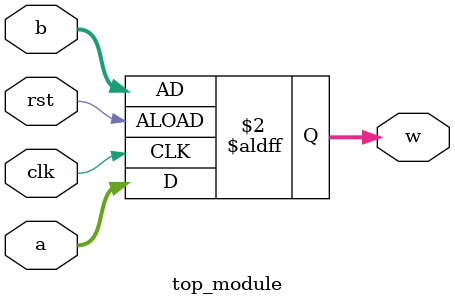
<source format=v>
module top_module (
	input		    clk,
	input			rst,
	input       [1:0]a,b,
	output reg  [1:0] w
);

	
	always@(posedge rst, posedge clk)
	begin
		if (rst)
			w <= b;
		else
			w <= a;
	end


endmodule


/* 
  
  [ODIN_SOFT_REG]
  -V ~/Desktop/yosys+odin/dffsr/dffsr.v -o ~/Desktop/yosys+odin/dffsr/odin_soft_dffsr.blif -t ~/Desktop/yosys+odin/dffsr/dffsr_input -T ~/Desktop/yosys+odin/dffsr/dffsr_output
  
  [YOSYS_BLIF_SOFT_REG]
  -b ~/Desktop/yosys+odin/dffsr/yosys_dffsr.blif -o ~/Desktop/yosys+odin/dffsr/yosys+odin_soft_dffsr.blif --coarsen -t ~/Desktop/yosys+odin/dffsr/dffsr_input -T ~/Desktop/yosys+odin/dffsr/dffsr_output
  
  [YOSYS_CMD]
  read_verilog ~/Desktop/yosys+odin/dffsr/dffsr.v; proc; opt; write_blif -top top_module ~/Desktop/yosys+odin/dffsr/yosys_dffsr.blif;
*/

</source>
